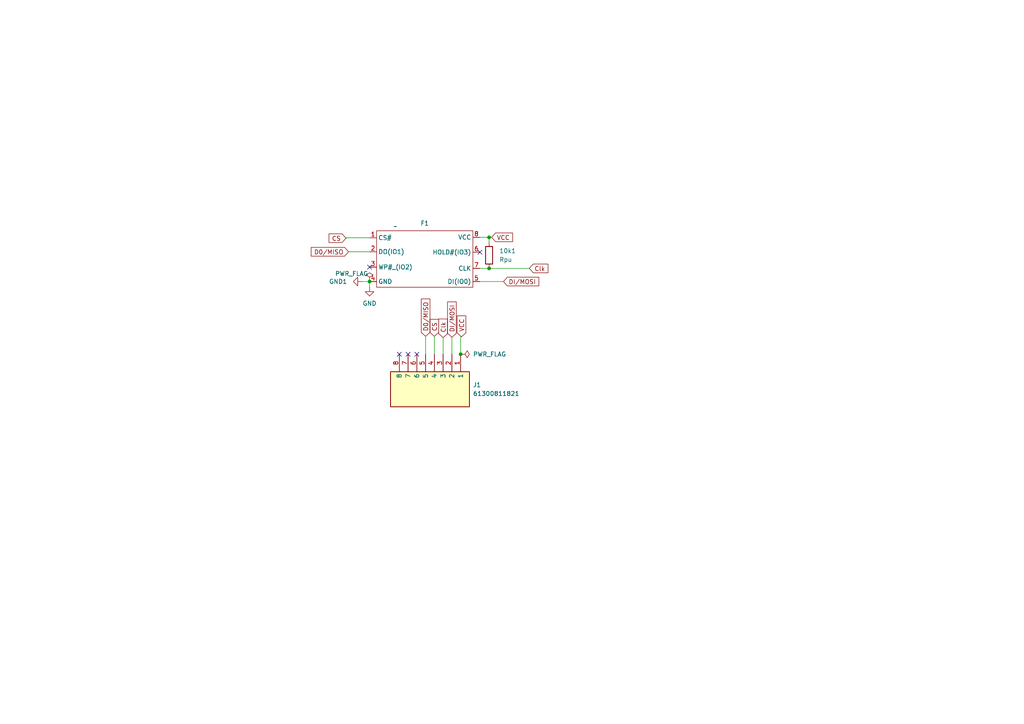
<source format=kicad_sch>
(kicad_sch (version 20230121) (generator eeschema)
  (paper "A4")
  (lib_symbols
    (symbol "21xt_symbols:SPIFLASH"
      (property "Reference" "F" (at 7.747 -0.381 0))
      (symbol "SPIFLASH_0_1"
        (rectangle (start -5.461 -1.27) (end 22.479 -17.653))
      )
      (symbol "SPIFLASH_1_1"
        (pin input line (at -7.493 -3.302 0) (length 2) (name "CS#") (number "1"))
        (pin input line (at -7.493 -7.366 0) (length 2) (name "DO(IO1)") (number "2"))
        (pin input line (at -7.493 -11.811 0) (length 2) (name "WP#_(IO2)") (number "3"))
        (pin input line (at -7.493 -16.002 0) (length 2) (name "GND") (number "4"))
        (pin input line (at 24.511 -16.002 180) (length 2) (name "DI(IO0)") (number "5"))
        (pin input line (at 24.511 -7.493 180) (length 2) (name "HOLD#(IO3)") (number "6"))
        (pin input line (at 24.511 -12.192 180) (length 2) (name "CLK") (number "7"))
        (pin input line (at 24.511 -3.175 180) (length 2) (name "VCC") (number "8"))
      )
    )
    (symbol "8pinfemheader:61300811821"
      (property "Reference" "J" (at 16.51 7.62 0))
      (property "Value" "61300811821" (at 16.51 5.08 0))
      (symbol "61300811821_1_1"
        (rectangle (start 5.08 2.54) (end 15.24 -20.32) (stroke (width 0.254)) (fill (type background)))
        (pin passive line (at 0 0 0) (length 5.08) (name "1") (number "1"))
        (pin passive line (at 0 -2.54 0) (length 5.08) (name "2") (number "2"))
        (pin passive line (at 0 -5.08 0) (length 5.08) (name "3") (number "3"))
        (pin passive line (at 0 -7.62 0) (length 5.08) (name "4") (number "4"))
        (pin passive line (at 0 -10.16 0) (length 5.08) (name "5") (number "5"))
        (pin passive line (at 0 -12.7 0) (length 5.08) (name "6") (number "6"))
        (pin passive line (at 0 -15.24 0) (length 5.08) (name "7") (number "7"))
        (pin passive line (at 0 -17.78 0) (length 5.08) (name "8") (number "8"))
      )
    )
    (symbol "Device:R" (pin_numbers hide) (pin_names (offset 0))
      (property "Reference" "R" (at 2.032 0 90))
      (property "Value" "R" (at 0 0 90))
      (symbol "R_0_1"
        (rectangle (start -1.016 -2.54) (end 1.016 2.54) (stroke (width 0.254)))
      )
      (symbol "R_1_1"
        (pin passive line (at 0 3.81 270) (length 1.27) (name "~") (number "1"))
        (pin passive line (at 0 -3.81 90) (length 1.27) (name "~") (number "2"))
      )
    )
    (symbol "power:GND" (power) (pin_names (offset 0))
      (property "Value" "GND" (at 0 -3.81 0))
      (symbol "GND_0_1"
        (polyline (pts (xy 0 0) (xy 0 -1.27) (xy 1.27 -1.27) (xy 0 -2.54) (xy -1.27 -1.27) (xy 0 -1.27)))
      )
      (symbol "GND_1_1"
        (pin power_in line (at 0 0 270) (length 0) hide (name "GND") (number "1"))
      )
    )
    (symbol "power:GND1" (power) (pin_names (offset 0))
      (property "Value" "GND1" (at 0 -3.81 0))
      (symbol "GND1_0_1"
        (polyline (pts (xy 0 0) (xy 0 -1.27) (xy 1.27 -1.27) (xy 0 -2.54) (xy -1.27 -1.27) (xy 0 -1.27)))
      )
      (symbol "GND1_1_1"
        (pin power_in line (at 0 0 270) (length 0) hide (name "GND1") (number "1"))
      )
    )
    (symbol "power:PWR_FLAG" (power) (pin_numbers hide) (pin_names (offset 0) hide)
      (property "Value" "PWR_FLAG" (at 0 3.81 0))
      (symbol "PWR_FLAG_0_0"
        (pin power_out line (at 0 0 90) (length 0) (name "pwr") (number "1"))
      )
      (symbol "PWR_FLAG_0_1"
        (polyline (pts (xy 0 0) (xy 0 1.27) (xy -1.016 1.905) (xy 0 2.54) (xy 1.016 1.905) (xy 0 1.27)))
      )
    )
  )
  (junction (at 141.859 68.834))
  (junction (at 107.188 81.661))
  (junction (at 133.604 102.743))
  (junction (at 141.859 77.851))
  (no_connect (at 118.364 102.743))
  (no_connect (at 139.192 73.152))
  (no_connect (at 120.904 102.743))
  (no_connect (at 115.824 102.743))
  (no_connect (at 107.188 77.47))
  (wire (pts (xy 100.457 69.088) (xy 100.457 68.961)))
  (wire (pts (xy 133.858 97.663) (xy 133.604 97.663)))
  (wire (pts (xy 107.188 83.312) (xy 107.188 81.661)))
  (wire (pts (xy 133.604 97.663) (xy 133.604 102.743)))
  (wire (pts (xy 139.192 77.851) (xy 141.859 77.851)))
  (wire (pts (xy 100.457 68.961) (xy 107.188 68.961)))
  (wire (pts (xy 146.05 81.661) (xy 139.192 81.661)))
  (wire (pts (xy 141.859 70.231) (xy 141.859 68.834)))
  (wire (pts (xy 100.33 69.088) (xy 100.457 69.088)))
  (wire (pts (xy 131.064 102.743) (xy 131.064 97.79)))
  (wire (pts (xy 101.092 73.025) (xy 107.188 73.025)))
  (wire (pts (xy 141.859 68.834) (xy 139.192 68.834)))
  (wire (pts (xy 123.444 97.536) (xy 123.444 102.743)))
  (wire (pts (xy 128.524 97.917) (xy 128.524 102.743)))
  (wire (pts (xy 125.984 97.536) (xy 125.984 102.743)))
  (wire (pts (xy 142.621 68.834) (xy 141.859 68.834)))
  (wire (pts (xy 141.859 77.851) (xy 153.543 77.851)))
  (wire (pts (xy 105.029 81.661) (xy 107.188 81.661)))
  (global_label "DI{slash}MOSI" (shape input) (at 146.05 81.661 0) (property "Intersheetrefs" "${INTERSHEET_REFS}" (effects hide)))
  (global_label "Clk" (shape input) (at 128.524 97.917 90) (property "Intersheetrefs" "${INTERSHEET_REFS}" (effects hide)))
  (global_label "VCC" (shape input) (at 142.621 68.834 0) (property "Intersheetrefs" "${INTERSHEET_REFS}" (effects hide)))
  (global_label "VCC" (shape input) (at 133.858 97.663 90) (property "Intersheetrefs" "${INTERSHEET_REFS}" (effects hide)))
  (global_label "Clk" (shape input) (at 153.543 77.851 0) (property "Intersheetrefs" "${INTERSHEET_REFS}" (effects hide)))
  (global_label "CS" (shape input) (at 125.984 97.536 90) (property "Intersheetrefs" "${INTERSHEET_REFS}" (effects hide)))
  (global_label "D0{slash}MISO" (shape input) (at 101.092 73.025 180) (property "Intersheetrefs" "${INTERSHEET_REFS}" (effects hide)))
  (global_label "D0{slash}MISO" (shape input) (at 123.444 97.536 90) (property "Intersheetrefs" "${INTERSHEET_REFS}" (effects hide)))
  (global_label "DI{slash}MOSI" (shape input) (at 131.064 97.79 90) (property "Intersheetrefs" "${INTERSHEET_REFS}" (effects hide)))
  (global_label "CS" (shape input) (at 100.33 69.088 180) (property "Intersheetrefs" "${INTERSHEET_REFS}" (effects hide)))
  (symbol (lib_id "8pinfemheader:61300811821") (at 133.604 102.743 270) (unit 1)
    (property "Reference" "J1" (at 137.16 111.633 90) (effects (justify left)))
    (property "Value" "61300811821" (at 137.16 114.173 90) (effects (justify left)))
    (property "Footprint" "Symnfoot:RHDR8W60P0X254_1X8_2082X250X850P" (effects hide))
    (property "Datasheet" "https://www.we-online.com/catalog/datasheet/61300811821.pdf" (effects hide))
    (property "Height" "8.5" (effects hide))
    (property "Mouser Part Number" "710-61300811821" (effects hide))
    (property "Mouser Price/Stock" "https://www.mouser.co.uk/ProductDetail/Wurth-Elektronik/61300811821?qs=ulEaXIWI0c%252BOxrSqc7jVmQ%3D%3D" (effects hide))
    (property "Manufacturer_Name" "Wurth Elektronik" (effects hide))
    (property "Manufacturer_Part_Number" "61300811821" (effects hide))
  )
  (symbol (lib_id "power:GND1") (at 105.029 81.661 270) (unit 1)
    (property "Reference" "#PWR02" (effects hide))
    (property "Value" "GND1" (at 100.711 81.661 90) (effects (justify right)))
  )
  (symbol (lib_id "power:GND") (at 107.188 83.312 0) (unit 1)
    (property "Reference" "#PWR01" (effects hide))
    (property "Value" "GND" (at 107.188 88.011 0))
  )
  (symbol (lib_id "power:PWR_FLAG") (at 107.188 81.661 0) (unit 1)
    (property "Reference" "#FLG01" (effects hide))
    (property "Value" "PWR_FLAG" (at 101.981 79.375 0))
  )
  (symbol (lib_id "21xt_symbols:SPIFLASH") (at 114.681 65.659 0) (unit 1)
    (property "Reference" "F1" (at 123.19 64.77 0))
    (property "Value" "~" (at 114.681 65.659 0))
    (property "Footprint" "21xt_footprints:SPIFLASH" (effects hide))
  )
  (symbol (lib_id "power:PWR_FLAG") (at 133.604 102.743 270) (unit 1)
    (property "Reference" "#FLG02" (effects hide))
    (property "Value" "PWR_FLAG" (at 137.16 102.743 90) (effects (justify left)))
  )
  (symbol (lib_id "Device:R") (at 141.859 74.041 0) (unit 1)
    (property "Reference" "10k1" (at 144.78 72.771 0) (effects (justify left)))
    (property "Value" "Rpu" (at 144.78 75.311 0) (effects (justify left)))
    (property "Footprint" "Resistor_SMD:R_0603_1608Metric" (effects hide))
  )
)
</source>
